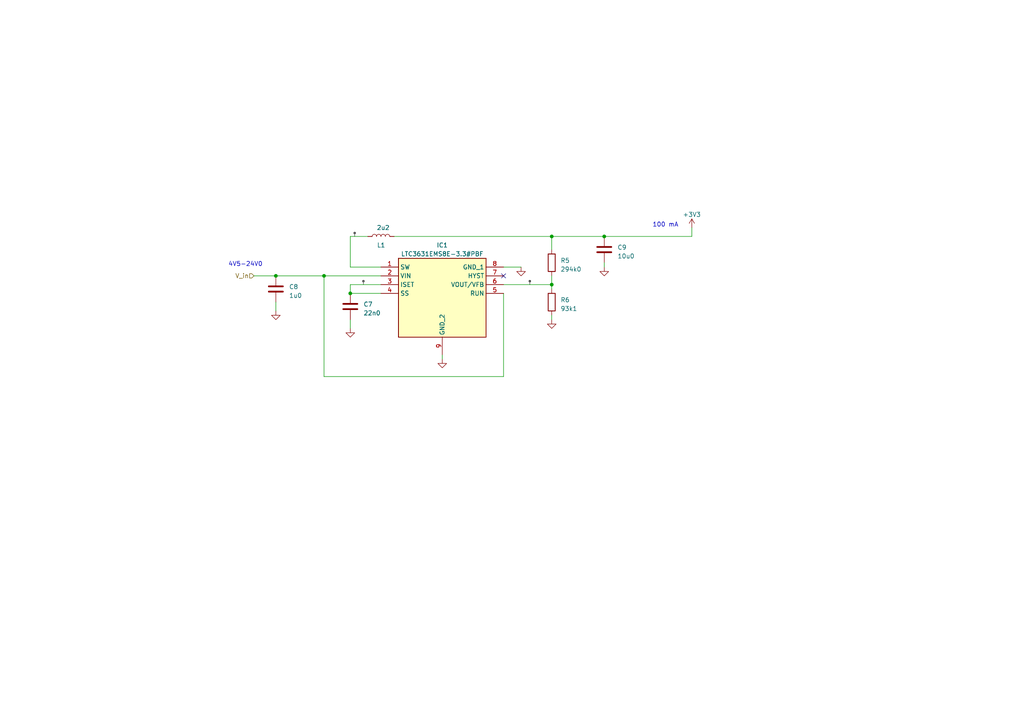
<source format=kicad_sch>
(kicad_sch (version 20230121) (generator eeschema)
  (paper "A4")
  (title_block (title "PCB Test") (rev "0.0.1") (company "Bantha Boi"))
  (lib_symbols
    (symbol "Device:C" (pin_numbers hide) (pin_names (offset 0.254))
      (property "Reference" "C" (at 0.635 2.54 0))
      (property "Value" "C" (at 0.635 -2.54 0))
      (symbol "C_0_1"
        (polyline (pts (xy -2.032 -0.762) (xy 2.032 -0.762)) (stroke (width 0.508)))
        (polyline (pts (xy -2.032 0.762) (xy 2.032 0.762)) (stroke (width 0.508)))
      )
      (symbol "C_1_1"
        (pin passive line (at 0 3.81 270) (length 2.794) (name "~") (number "1"))
        (pin passive line (at 0 -3.81 90) (length 2.794) (name "~") (number "2"))
      )
    )
    (symbol "Device:L" (pin_numbers hide) (pin_names (offset 1.016) hide)
      (property "Reference" "L" (at -1.27 0 90))
      (property "Value" "L" (at 1.905 0 90))
      (symbol "L_0_1"
        (arc (start 0 -2.54) (mid 0.6323 -1.905) (end 0 -1.27))
        (arc (start 0 -1.27) (mid 0.6323 -0.635) (end 0 0))
        (arc (start 0 0) (mid 0.6323 0.635) (end 0 1.27))
        (arc (start 0 1.27) (mid 0.6323 1.905) (end 0 2.54))
      )
      (symbol "L_1_1"
        (pin passive line (at 0 3.81 270) (length 1.27) (name "1") (number "1"))
        (pin passive line (at 0 -3.81 90) (length 1.27) (name "2") (number "2"))
      )
    )
    (symbol "Device:R" (pin_numbers hide) (pin_names (offset 0))
      (property "Reference" "R" (at 2.032 0 90))
      (property "Value" "R" (at 0 0 90))
      (symbol "R_0_1"
        (rectangle (start -1.016 -2.54) (end 1.016 2.54) (stroke (width 0.254)))
      )
      (symbol "R_1_1"
        (pin passive line (at 0 3.81 270) (length 1.27) (name "~") (number "1"))
        (pin passive line (at 0 -3.81 90) (length 1.27) (name "~") (number "2"))
      )
    )
    (symbol "LTC3631EMS8E-3_3#PBF:LTC3631EMS8E-3.3#PBF"
      (property "Reference" "IC" (at 31.75 7.62 0))
      (property "Value" "LTC3631EMS8E-3.3#PBF" (at 31.75 5.08 0))
      (symbol "LTC3631EMS8E-3.3#PBF_1_1"
        (rectangle (start 5.08 2.54) (end 30.48 -20.32) (stroke (width 0.254)) (fill (type background)))
        (pin passive line (at 0 0 0) (length 5.08) (name "SW") (number "1"))
        (pin passive line (at 0 -2.54 0) (length 5.08) (name "VIN") (number "2"))
        (pin passive line (at 0 -5.08 0) (length 5.08) (name "ISET") (number "3"))
        (pin passive line (at 0 -7.62 0) (length 5.08) (name "SS") (number "4"))
        (pin passive line (at 35.56 -7.62 180) (length 5.08) (name "RUN") (number "5"))
        (pin passive line (at 35.56 -5.08 180) (length 5.08) (name "VOUT/VFB") (number "6"))
        (pin passive line (at 35.56 -2.54 180) (length 5.08) (name "HYST") (number "7"))
        (pin passive line (at 35.56 0 180) (length 5.08) (name "GND_1") (number "8"))
        (pin passive line (at 17.78 -25.4 90) (length 5.08) (name "GND_2") (number "9"))
      )
    )
    (symbol "power:+3V3" (power) (pin_names (offset 0))
      (property "Value" "+3V3" (at 0 3.556 0))
      (symbol "+3V3_0_1"
        (polyline (pts (xy -0.762 1.27) (xy 0 2.54)))
        (polyline (pts (xy 0 0) (xy 0 2.54)))
        (polyline (pts (xy 0 2.54) (xy 0.762 1.27)))
      )
      (symbol "+3V3_1_1"
        (pin power_in line (at 0 0 90) (length 0) hide (name "+3V3") (number "1"))
      )
    )
    (symbol "power:GND" (power) (pin_names (offset 0))
      (property "Value" "GND" (at 0 -3.81 0))
      (symbol "GND_0_1"
        (polyline (pts (xy 0 0) (xy 0 -1.27) (xy 1.27 -1.27) (xy 0 -2.54) (xy -1.27 -1.27) (xy 0 -1.27)))
      )
      (symbol "GND_1_1"
        (pin power_in line (at 0 0 270) (length 0) hide (name "GND") (number "1"))
      )
    )
  )
  (junction (at 101.6 85.09))
  (junction (at 160.02 68.58))
  (junction (at 160.02 82.55))
  (junction (at 93.98 80.01))
  (junction (at 175.26 68.58))
  (junction (at 80.01 80.01))
  (no_connect (at 146.05 80.01))
  (wire (pts (xy 175.26 76.2) (xy 175.26 77.47)))
  (wire (pts (xy 101.6 77.47) (xy 110.49 77.47)))
  (wire (pts (xy 175.26 68.58) (xy 200.66 68.58)))
  (wire (pts (xy 160.02 68.58) (xy 175.26 68.58)))
  (wire (pts (xy 80.01 87.63) (xy 80.01 90.17)))
  (wire (pts (xy 110.49 80.01) (xy 93.98 80.01)))
  (wire (pts (xy 146.05 85.09) (xy 146.05 109.22)))
  (wire (pts (xy 160.02 82.55) (xy 160.02 83.82)))
  (wire (pts (xy 110.49 82.55) (xy 101.6 82.55)))
  (wire (pts (xy 200.66 68.58) (xy 200.66 66.04)))
  (wire (pts (xy 101.6 68.58) (xy 106.68 68.58)))
  (wire (pts (xy 114.3 68.58) (xy 160.02 68.58)))
  (wire (pts (xy 101.6 68.58) (xy 101.6 77.47)))
  (wire (pts (xy 160.02 68.58) (xy 160.02 72.39)))
  (wire (pts (xy 101.6 85.09) (xy 110.49 85.09)))
  (wire (pts (xy 101.6 92.71) (xy 101.6 95.25)))
  (wire (pts (xy 160.02 91.44) (xy 160.02 92.71)))
  (wire (pts (xy 146.05 77.47) (xy 151.13 77.47)))
  (wire (pts (xy 73.66 80.01) (xy 80.01 80.01)))
  (wire (pts (xy 101.6 82.55) (xy 101.6 85.09)))
  (wire (pts (xy 146.05 82.55) (xy 160.02 82.55)))
  (wire (pts (xy 80.01 80.01) (xy 93.98 80.01)))
  (wire (pts (xy 93.98 80.01) (xy 93.98 109.22)))
  (wire (pts (xy 146.05 109.22) (xy 93.98 109.22)))
  (wire (pts (xy 128.27 102.87) (xy 128.27 104.14)))
  (wire (pts (xy 160.02 80.01) (xy 160.02 82.55)))
  (text "100 mA" (at 189.23 66.04 0) (effects (font (size 1.27 1.27)) (justify left bottom)))
  (text "4V5-24V0" (at 76.2 77.47 0) (effects (font (size 1.27 1.27)) (justify right bottom)))
  (hierarchical_label "V_in" (shape input) (at 73.66 80.01 180))
  (netclass_flag "" (length 1) (shape dot) (at 102.87 68.58 0) (property "Netclass" "Signal" (effects hide)))
  (netclass_flag "" (length 1) (shape dot) (at 105.41 82.55 0) (property "Netclass" "Signal" (effects hide)))
  (netclass_flag "" (length 1) (shape dot) (at 153.67 82.55 0) (property "Netclass" "Signal" (effects hide)))
  (symbol (lib_id "Device:C") (at 80.01 83.82 0) (unit 1)
    (property "Reference" "C8" (at 83.82 83.185 0) (effects (justify left)))
    (property "Value" "1u0" (at 83.82 85.725 0) (effects (justify left)))
    (property "Footprint" "Capacitor_SMD:C_0805_2012Metric" (effects hide))
  )
  (symbol (lib_id "power:GND") (at 128.27 104.14 0) (unit 1)
    (property "Reference" "#PWR010" (effects hide))
    (property "Value" "GND" (effects hide))
  )
  (symbol (lib_id "power:+3V3") (at 200.66 66.04 0) (unit 1)
    (property "Reference" "#PWR016" (effects hide))
    (property "Value" "+3V3" (at 200.66 62.23 0))
  )
  (symbol (lib_id "power:GND") (at 175.26 77.47 0) (unit 1)
    (property "Reference" "#PWR012" (effects hide))
    (property "Value" "GND" (effects hide))
  )
  (symbol (lib_id "Device:R") (at 160.02 76.2 0) (unit 1)
    (property "Reference" "R5" (at 162.56 75.565 0) (effects (justify left)))
    (property "Value" "294k0" (at 162.56 78.105 0) (effects (justify left)))
    (property "Footprint" "Resistor_SMD:R_0805_2012Metric" (effects hide))
  )
  (symbol (lib_id "power:GND") (at 80.01 90.17 0) (unit 1)
    (property "Reference" "#PWR013" (effects hide))
    (property "Value" "GND" (effects hide))
  )
  (symbol (lib_id "Device:C") (at 101.6 88.9 0) (unit 1)
    (property "Reference" "C7" (at 105.41 88.265 0) (effects (justify left)))
    (property "Value" "22n0" (at 105.41 90.805 0) (effects (justify left)))
    (property "Footprint" "Capacitor_SMD:C_0805_2012Metric" (effects hide))
  )
  (symbol (lib_id "power:GND") (at 101.6 95.25 0) (unit 1)
    (property "Reference" "#PWR09" (effects hide))
    (property "Value" "GND" (effects hide))
  )
  (symbol (lib_id "Device:L") (at 110.49 68.58 90) (unit 1)
    (property "Reference" "L1" (at 111.76 71.12 90) (effects (justify left)))
    (property "Value" "2u2" (at 113.03 66.04 90) (effects (justify left)))
    (property "Footprint" "Inductor_SMD:L_0805_2012Metric" (effects hide))
  )
  (symbol (lib_id "power:GND") (at 151.13 77.47 0) (unit 1)
    (property "Reference" "#PWR014" (effects hide))
    (property "Value" "GND" (effects hide))
  )
  (symbol (lib_id "power:GND") (at 160.02 92.71 0) (unit 1)
    (property "Reference" "#PWR011" (effects hide))
    (property "Value" "GND" (effects hide))
  )
  (symbol (lib_id "Device:R") (at 160.02 87.63 0) (unit 1)
    (property "Reference" "R6" (at 162.56 86.995 0) (effects (justify left)))
    (property "Value" "93k1" (at 162.56 89.535 0) (effects (justify left)))
    (property "Footprint" "Resistor_SMD:R_0805_2012Metric" (effects hide))
  )
  (symbol (lib_id "Device:C") (at 175.26 72.39 0) (unit 1)
    (property "Reference" "C9" (at 179.07 71.755 0) (effects (justify left)))
    (property "Value" "10u0" (at 179.07 74.295 0) (effects (justify left)))
    (property "Footprint" "Capacitor_SMD:C_0805_2012Metric" (effects hide))
  )
  (symbol (lib_id "LTC3631EMS8E-3_3#PBF:LTC3631EMS8E-3.3#PBF") (at 110.49 77.47 0) (unit 1)
    (property "Reference" "IC1" (at 128.27 71.12 0))
    (property "Value" "LTC3631EMS8E-3.3#PBF" (at 128.27 73.66 0))
    (property "Footprint" "Package_SO:MSOP-8_3x3mm_P0.65mm" (effects hide))
    (property "Datasheet" "https://www.analog.com/media/en/technical-documentation/data-sheets/3631fe.pdf" (effects hide))
    (property "Height" "1.1" (effects hide))
    (property "Manufacturer_Name" "Analog Devices" (effects hide))
    (property "Manufacturer_Part_Number" "LTC3631EMS8E-3.3#PBF" (effects hide))
    (property "Mouser Part Number" "584-C3631EMS8E-3.3PF" (effects hide))
    (property "Mouser Price/Stock" "https://www.mouser.co.uk/ProductDetail/Analog-Devices/LTC3631EMS8E-33PBF?qs=hVkxg5c3xu8MO0%2FpyBs08Q%3D%3D" (effects hide))
    (property "Arrow Part Number" "LTC3631EMS8E-3.3#PBF" (effects hide))
    (property "Arrow Price/Stock" "https://www.arrow.com/en/products/ltc3631ems8e-3.3pbf/analog-devices" (effects hide))
  )
)
</source>
